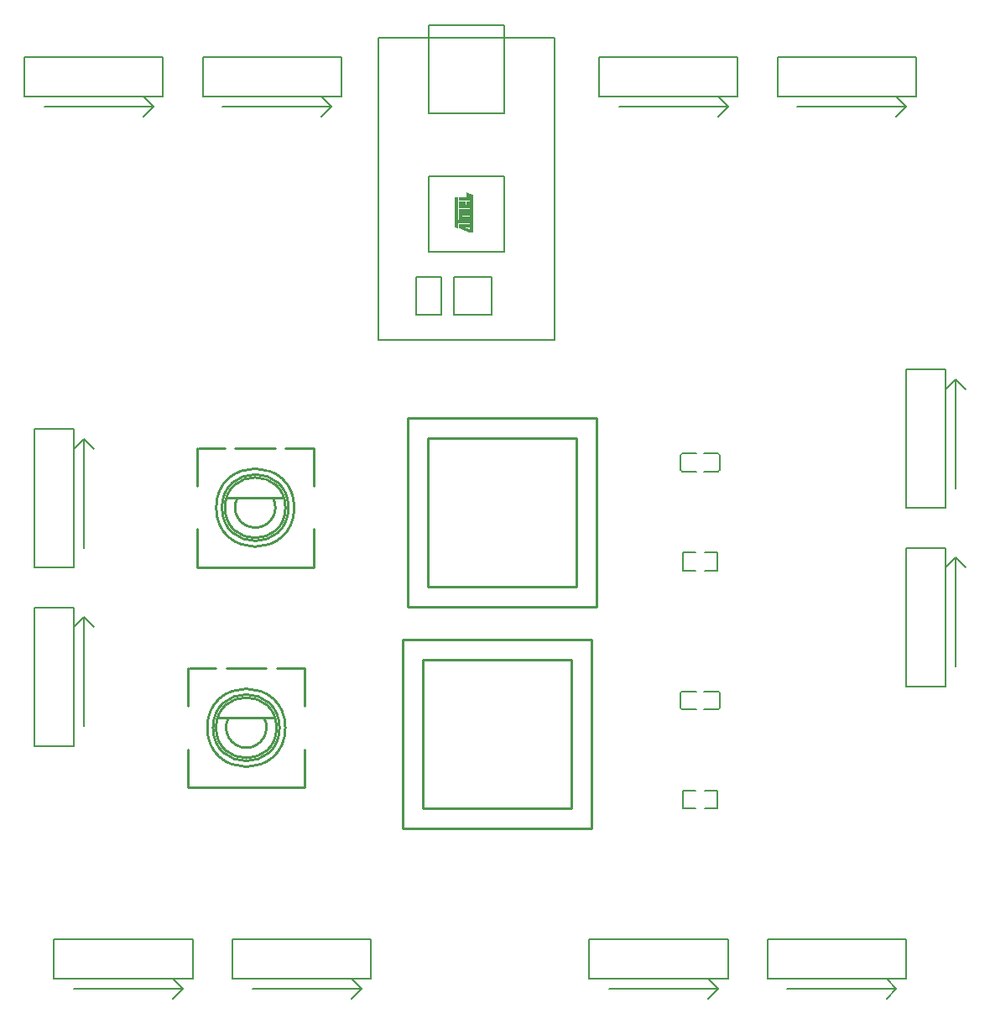
<source format=gbr>
G04 #@! TF.GenerationSoftware,KiCad,Pcbnew,(6.0.2)*
G04 #@! TF.CreationDate,2022-03-11T19:19:16+08:00*
G04 #@! TF.ProjectId,test,74657374-2e6b-4696-9361-645f70636258,rev?*
G04 #@! TF.SameCoordinates,Original*
G04 #@! TF.FileFunction,Legend,Top*
G04 #@! TF.FilePolarity,Positive*
%FSLAX46Y46*%
G04 Gerber Fmt 4.6, Leading zero omitted, Abs format (unit mm)*
G04 Created by KiCad (PCBNEW (6.0.2)) date 2022-03-11 19:19:16*
%MOMM*%
%LPD*%
G01*
G04 APERTURE LIST*
%ADD10C,0.150000*%
%ADD11C,0.152000*%
%ADD12C,0.254000*%
%ADD13C,0.120000*%
G04 APERTURE END LIST*
D10*
X92000000Y93000000D02*
X91000000Y92000000D01*
X98000000Y46500000D02*
X97000000Y47500000D01*
X72000000Y3000000D02*
X73000000Y4000000D01*
X18000000Y3000000D02*
X19000000Y4000000D01*
X24000000Y9000000D02*
X38000000Y9000000D01*
X38000000Y9000000D02*
X38000000Y5000000D01*
X38000000Y5000000D02*
X24000000Y5000000D01*
X24000000Y5000000D02*
X24000000Y9000000D01*
X73000000Y92000000D02*
X74000000Y93000000D01*
X9000000Y41500000D02*
X10000000Y40500000D01*
X9000000Y30500000D02*
X9000000Y41500000D01*
X9000000Y59500000D02*
X10000000Y58500000D01*
X4000000Y46500000D02*
X8000000Y46500000D01*
X8000000Y46500000D02*
X8000000Y60500000D01*
X8000000Y60500000D02*
X4000000Y60500000D01*
X4000000Y60500000D02*
X4000000Y46500000D01*
X23000000Y93000000D02*
X34000000Y93000000D01*
X97000000Y65500000D02*
X96000000Y64500000D01*
X4000000Y28500000D02*
X8000000Y28500000D01*
X8000000Y28500000D02*
X8000000Y42500000D01*
X8000000Y42500000D02*
X4000000Y42500000D01*
X4000000Y42500000D02*
X4000000Y28500000D01*
X78000000Y9000000D02*
X92000000Y9000000D01*
X92000000Y9000000D02*
X92000000Y5000000D01*
X92000000Y5000000D02*
X78000000Y5000000D01*
X78000000Y5000000D02*
X78000000Y9000000D01*
X26000000Y4000000D02*
X37000000Y4000000D01*
X9000000Y48500000D02*
X9000000Y59500000D01*
X73000000Y4000000D02*
X72000000Y3000000D01*
X63000000Y93000000D02*
X74000000Y93000000D01*
X3000000Y98000000D02*
X17000000Y98000000D01*
X17000000Y98000000D02*
X17000000Y94000000D01*
X17000000Y94000000D02*
X3000000Y94000000D01*
X3000000Y94000000D02*
X3000000Y98000000D01*
X36000000Y3000000D02*
X37000000Y4000000D01*
X97000000Y54500000D02*
X97000000Y65500000D01*
X61000000Y98000000D02*
X75000000Y98000000D01*
X75000000Y98000000D02*
X75000000Y94000000D01*
X75000000Y94000000D02*
X61000000Y94000000D01*
X61000000Y94000000D02*
X61000000Y98000000D01*
X62000000Y4000000D02*
X73000000Y4000000D01*
X37000000Y4000000D02*
X36000000Y3000000D01*
X79000000Y98000000D02*
X93000000Y98000000D01*
X93000000Y98000000D02*
X93000000Y94000000D01*
X93000000Y94000000D02*
X79000000Y94000000D01*
X79000000Y94000000D02*
X79000000Y98000000D01*
X10000000Y40500000D02*
X9000000Y41500000D01*
X90000000Y3000000D02*
X91000000Y4000000D01*
X91000000Y4000000D02*
X90000000Y5000000D01*
X34000000Y93000000D02*
X33000000Y94000000D01*
X97000000Y47500000D02*
X98000000Y46500000D01*
X16000000Y93000000D02*
X15000000Y94000000D01*
X97000000Y65500000D02*
X98000000Y64500000D01*
X92000000Y52500000D02*
X96000000Y52500000D01*
X96000000Y52500000D02*
X96000000Y66500000D01*
X96000000Y66500000D02*
X92000000Y66500000D01*
X92000000Y66500000D02*
X92000000Y52500000D01*
X33000000Y92000000D02*
X34000000Y93000000D01*
X19000000Y4000000D02*
X18000000Y3000000D01*
X21000000Y98000000D02*
X35000000Y98000000D01*
X35000000Y98000000D02*
X35000000Y94000000D01*
X35000000Y94000000D02*
X21000000Y94000000D01*
X21000000Y94000000D02*
X21000000Y98000000D01*
X9000000Y41500000D02*
X8000000Y40500000D01*
X91000000Y92000000D02*
X92000000Y93000000D01*
X5000000Y93000000D02*
X16000000Y93000000D01*
X19000000Y4000000D02*
X18000000Y5000000D01*
X92000000Y93000000D02*
X91000000Y94000000D01*
X97000000Y36500000D02*
X97000000Y47500000D01*
X60000000Y9000000D02*
X74000000Y9000000D01*
X74000000Y9000000D02*
X74000000Y5000000D01*
X74000000Y5000000D02*
X60000000Y5000000D01*
X60000000Y5000000D02*
X60000000Y9000000D01*
X15000000Y92000000D02*
X16000000Y93000000D01*
X10000000Y58500000D02*
X9000000Y59500000D01*
X91000000Y4000000D02*
X90000000Y3000000D01*
X74000000Y93000000D02*
X73000000Y94000000D01*
X37000000Y4000000D02*
X36000000Y5000000D01*
X34000000Y93000000D02*
X33000000Y92000000D01*
X80000000Y4000000D02*
X91000000Y4000000D01*
X97000000Y47500000D02*
X96000000Y46500000D01*
X81000000Y93000000D02*
X92000000Y93000000D01*
X8000000Y4000000D02*
X19000000Y4000000D01*
X73000000Y4000000D02*
X72000000Y5000000D01*
X16000000Y93000000D02*
X15000000Y92000000D01*
X74000000Y93000000D02*
X73000000Y92000000D01*
X6000000Y9000000D02*
X20000000Y9000000D01*
X20000000Y9000000D02*
X20000000Y5000000D01*
X20000000Y5000000D02*
X6000000Y5000000D01*
X6000000Y5000000D02*
X6000000Y9000000D01*
X9000000Y59500000D02*
X8000000Y58500000D01*
X98000000Y64500000D02*
X97000000Y65500000D01*
X92000000Y34500000D02*
X96000000Y34500000D01*
X96000000Y34500000D02*
X96000000Y48500000D01*
X96000000Y48500000D02*
X92000000Y48500000D01*
X92000000Y48500000D02*
X92000000Y34500000D01*
D11*
X69389000Y34004000D02*
X70799000Y34004000D01*
X73164000Y32349000D02*
X73164000Y33851000D01*
X73011000Y34004000D02*
X71601000Y34004000D01*
X71601000Y32196000D02*
X73011000Y32196000D01*
X69236000Y32349000D02*
X69236000Y33851000D01*
X70799000Y32196000D02*
X69389000Y32196000D01*
X73011000Y32196000D02*
G75*
G03*
X73164000Y32349000I-1J153001D01*
G01*
X73164000Y33851000D02*
G75*
G03*
X73011000Y34004000I-153001J-1D01*
G01*
X69236000Y32349000D02*
G75*
G03*
X69389000Y32196000I153001J1D01*
G01*
X69389000Y34004000D02*
G75*
G03*
X69236000Y33851000I1J-153001D01*
G01*
D12*
X22606000Y31366000D02*
X28194000Y31366000D01*
X31300000Y28178000D02*
X31300000Y24350000D01*
X19500000Y32522000D02*
X19500000Y36350000D01*
X31300000Y36350000D02*
X31300000Y32522000D01*
X31300000Y24350000D02*
X19500000Y24350000D01*
X19500000Y24350000D02*
X19500000Y28178000D01*
X23386000Y36350000D02*
X27414000Y36350000D01*
X19710000Y36350000D02*
X22334000Y36350000D01*
X28466000Y36350000D02*
X31300000Y36350000D01*
X23622001Y31366000D02*
G75*
G03*
X27177972Y31366049I1777999J-994000D01*
G01*
X29337000Y30350000D02*
G75*
G03*
X29337000Y30350000I-3937000J0D01*
G01*
X28448000Y30350000D02*
G75*
G03*
X28448000Y30350000I-3048000J0D01*
G01*
X28753000Y30350000D02*
G75*
G03*
X28753000Y30350000I-3353000J0D01*
G01*
D11*
X71676000Y22183000D02*
X72961000Y22183000D01*
X70724000Y22183000D02*
X69439000Y22183000D01*
X69439000Y22183000D02*
X69439000Y24017000D01*
X69439000Y24017000D02*
X70724000Y24017000D01*
X72961000Y22183000D02*
X72961000Y24017000D01*
X72961000Y24017000D02*
X71676000Y24017000D01*
X69439000Y46183000D02*
X69439000Y48017000D01*
X71676000Y46183000D02*
X72961000Y46183000D01*
X72961000Y48017000D02*
X71676000Y48017000D01*
X70724000Y46183000D02*
X69439000Y46183000D01*
X69439000Y48017000D02*
X70724000Y48017000D01*
X72961000Y46183000D02*
X72961000Y48017000D01*
D10*
X46350000Y75840000D02*
X46350000Y72030000D01*
X51430000Y86000000D02*
X43810000Y86000000D01*
X51430000Y92350000D02*
X43810000Y92350000D01*
X51430000Y101240000D02*
X51430000Y92350000D01*
X45080000Y72030000D02*
X45080000Y75840000D01*
X42540000Y72030000D02*
X45080000Y72030000D01*
X56510000Y69490000D02*
X38730000Y69490000D01*
X43810000Y92350000D02*
X43810000Y101240000D01*
X43810000Y101240000D02*
X51430000Y101240000D01*
X46350000Y72030000D02*
X50160000Y72030000D01*
X38730000Y69490000D02*
X38730000Y99970000D01*
X43810000Y78380000D02*
X51430000Y78380000D01*
X51430000Y78380000D02*
X51430000Y86000000D01*
X43810000Y86000000D02*
X43810000Y78380000D01*
X45080000Y75840000D02*
X42540000Y75840000D01*
X38730000Y99970000D02*
X56510000Y99970000D01*
X56510000Y99970000D02*
X56510000Y69490000D01*
X42540000Y75840000D02*
X42540000Y72030000D01*
X50160000Y72030000D02*
X50160000Y75840000D01*
X50160000Y75840000D02*
X47620000Y75840000D01*
X47620000Y75840000D02*
X46350000Y75840000D01*
D13*
X46858000Y82825000D02*
X46858000Y83460000D01*
X46858000Y83460000D02*
X47112000Y83460000D01*
X47112000Y83460000D02*
X47112000Y83079000D01*
X47112000Y83079000D02*
X47239000Y83079000D01*
X47239000Y83079000D02*
X47239000Y83460000D01*
X47239000Y83460000D02*
X47493000Y83460000D01*
X47493000Y83460000D02*
X47493000Y83079000D01*
X47493000Y83079000D02*
X47620000Y83079000D01*
X47620000Y83079000D02*
X47620000Y83460000D01*
X47620000Y83460000D02*
X47874000Y83460000D01*
X47874000Y83460000D02*
X47874000Y82825000D01*
X47874000Y82825000D02*
X46858000Y82825000D01*
G36*
X47112000Y83079000D02*
G01*
X47239000Y83079000D01*
X47239000Y83460000D01*
X47493000Y83460000D01*
X47493000Y83079000D01*
X47620000Y83079000D01*
X47620000Y83460000D01*
X47874000Y83460000D01*
X47874000Y82825000D01*
X46858000Y82825000D01*
X46858000Y83460000D01*
X47112000Y83460000D01*
X47112000Y83079000D01*
G37*
X47112000Y83079000D02*
X47239000Y83079000D01*
X47239000Y83460000D01*
X47493000Y83460000D01*
X47493000Y83079000D01*
X47620000Y83079000D01*
X47620000Y83460000D01*
X47874000Y83460000D01*
X47874000Y82825000D01*
X46858000Y82825000D01*
X46858000Y83460000D01*
X47112000Y83460000D01*
X47112000Y83079000D01*
X47874000Y82698000D02*
X46858000Y82698000D01*
X46858000Y82698000D02*
X46858000Y81682000D01*
X46858000Y81682000D02*
X47874000Y81682000D01*
X47874000Y81682000D02*
X47874000Y81936000D01*
X47874000Y81936000D02*
X47112000Y81936000D01*
X47112000Y81936000D02*
X47112000Y82063000D01*
X47112000Y82063000D02*
X47874000Y82063000D01*
X47874000Y82063000D02*
X47874000Y82317000D01*
X47874000Y82317000D02*
X47112000Y82317000D01*
X47112000Y82317000D02*
X47112000Y82444000D01*
X47112000Y82444000D02*
X47874000Y82444000D01*
X47874000Y82444000D02*
X47874000Y82698000D01*
G36*
X47874000Y82444000D02*
G01*
X47112000Y82444000D01*
X47112000Y82317000D01*
X47874000Y82317000D01*
X47874000Y82063000D01*
X47112000Y82063000D01*
X47112000Y81936000D01*
X47874000Y81936000D01*
X47874000Y81682000D01*
X46858000Y81682000D01*
X46858000Y82698000D01*
X47874000Y82698000D01*
X47874000Y82444000D01*
G37*
X47874000Y82444000D02*
X47112000Y82444000D01*
X47112000Y82317000D01*
X47874000Y82317000D01*
X47874000Y82063000D01*
X47112000Y82063000D01*
X47112000Y81936000D01*
X47874000Y81936000D01*
X47874000Y81682000D01*
X46858000Y81682000D01*
X46858000Y82698000D01*
X47874000Y82698000D01*
X47874000Y82444000D01*
X48001000Y80412000D02*
X48001000Y84222000D01*
X48001000Y84222000D02*
X48255000Y84095000D01*
X48255000Y84095000D02*
X48255000Y80412000D01*
X48255000Y80412000D02*
X48001000Y80412000D01*
G36*
X48255000Y84095000D02*
G01*
X48255000Y80412000D01*
X48001000Y80412000D01*
X48001000Y84222000D01*
X48255000Y84095000D01*
G37*
X48255000Y84095000D02*
X48255000Y80412000D01*
X48001000Y80412000D01*
X48001000Y84222000D01*
X48255000Y84095000D01*
X46731000Y83841000D02*
X46731000Y81555000D01*
X46731000Y81555000D02*
X47874000Y81555000D01*
X47874000Y81555000D02*
X47874000Y81301000D01*
X47874000Y81301000D02*
X46731000Y81301000D01*
X46731000Y81301000D02*
X46731000Y80793000D01*
X46731000Y80793000D02*
X46477000Y80920000D01*
X46477000Y80920000D02*
X46477000Y83841000D01*
X46477000Y83841000D02*
X46731000Y83841000D01*
G36*
X46731000Y81555000D02*
G01*
X47874000Y81555000D01*
X47874000Y81301000D01*
X46731000Y81301000D01*
X46731000Y80793000D01*
X46477000Y80920000D01*
X46477000Y83841000D01*
X46731000Y83841000D01*
X46731000Y81555000D01*
G37*
X46731000Y81555000D02*
X47874000Y81555000D01*
X47874000Y81301000D01*
X46731000Y81301000D01*
X46731000Y80793000D01*
X46477000Y80920000D01*
X46477000Y83841000D01*
X46731000Y83841000D01*
X46731000Y81555000D01*
X47874000Y81174000D02*
X46858000Y81174000D01*
X46858000Y81174000D02*
X46858000Y80793000D01*
X46858000Y80793000D02*
X47874000Y80412000D01*
X47874000Y80412000D02*
X47874000Y80666000D01*
X47874000Y80666000D02*
X47112000Y80920000D01*
X47112000Y80920000D02*
X47874000Y80920000D01*
X47874000Y80920000D02*
X47874000Y81174000D01*
G36*
X47874000Y80920000D02*
G01*
X47112000Y80920000D01*
X47874000Y80666000D01*
X47874000Y80412000D01*
X46858000Y80793000D01*
X46858000Y81174000D01*
X47874000Y81174000D01*
X47874000Y80920000D01*
G37*
X47874000Y80920000D02*
X47112000Y80920000D01*
X47874000Y80666000D01*
X47874000Y80412000D01*
X46858000Y80793000D01*
X46858000Y81174000D01*
X47874000Y81174000D01*
X47874000Y80920000D01*
X46858000Y83587000D02*
X47874000Y83587000D01*
X47874000Y83587000D02*
X47874000Y84222000D01*
X47874000Y84222000D02*
X47620000Y84349000D01*
X47620000Y84349000D02*
X47620000Y83841000D01*
X47620000Y83841000D02*
X46858000Y83841000D01*
X46858000Y83841000D02*
X46858000Y83587000D01*
G36*
X47874000Y84222000D02*
G01*
X47874000Y83587000D01*
X46858000Y83587000D01*
X46858000Y83841000D01*
X47620000Y83841000D01*
X47620000Y84349000D01*
X47874000Y84222000D01*
G37*
X47874000Y84222000D02*
X47874000Y83587000D01*
X46858000Y83587000D01*
X46858000Y83841000D01*
X47620000Y83841000D01*
X47620000Y84349000D01*
X47874000Y84222000D01*
D12*
X20610000Y58550000D02*
X23234000Y58550000D01*
X24286000Y58550000D02*
X28314000Y58550000D01*
X32200000Y46550000D02*
X20400000Y46550000D01*
X23506000Y53566000D02*
X29094000Y53566000D01*
X32200000Y50378000D02*
X32200000Y46550000D01*
X32200000Y58550000D02*
X32200000Y54722000D01*
X20400000Y46550000D02*
X20400000Y50378000D01*
X20400000Y54722000D02*
X20400000Y58550000D01*
X29366000Y58550000D02*
X32200000Y58550000D01*
X24522001Y53566000D02*
G75*
G03*
X28077972Y53566049I1777999J-994000D01*
G01*
X29348000Y52550000D02*
G75*
G03*
X29348000Y52550000I-3048000J0D01*
G01*
X30237000Y52550000D02*
G75*
G03*
X30237000Y52550000I-3937000J0D01*
G01*
X29653000Y52550000D02*
G75*
G03*
X29653000Y52550000I-3353000J0D01*
G01*
X43700000Y44600000D02*
X43700000Y59600000D01*
X43700000Y44600000D02*
X58700000Y44600000D01*
X41675000Y42575000D02*
X41675000Y61625000D01*
X60725000Y42575000D02*
X41675000Y42575000D01*
X41675000Y42575000D02*
X41675000Y44480000D01*
X41675000Y61625000D02*
X43580000Y61625000D01*
X60725000Y61625000D02*
X60725000Y59720000D01*
X41675000Y61625000D02*
X60725000Y61625000D01*
X43700000Y59600000D02*
X58700000Y59600000D01*
X41675000Y59720000D02*
X41675000Y61625000D01*
X60725000Y42575000D02*
X58820000Y42575000D01*
X60725000Y44480000D02*
X60725000Y42575000D01*
X58700000Y44600000D02*
X58700000Y59600000D01*
X58820000Y61625000D02*
X60725000Y61625000D01*
X43580000Y42575000D02*
X41675000Y42575000D01*
X60725000Y61625000D02*
X60725000Y42575000D01*
X60225000Y20175000D02*
X58320000Y20175000D01*
X43200000Y22200000D02*
X43200000Y37200000D01*
X58200000Y22200000D02*
X58200000Y37200000D01*
X60225000Y39225000D02*
X60225000Y37320000D01*
X58320000Y39225000D02*
X60225000Y39225000D01*
X43200000Y22200000D02*
X58200000Y22200000D01*
X60225000Y22080000D02*
X60225000Y20175000D01*
X41175000Y20175000D02*
X41175000Y22080000D01*
X60225000Y20175000D02*
X41175000Y20175000D01*
X43080000Y20175000D02*
X41175000Y20175000D01*
X41175000Y39225000D02*
X43080000Y39225000D01*
X41175000Y37320000D02*
X41175000Y39225000D01*
X41175000Y39225000D02*
X60225000Y39225000D01*
X43200000Y37200000D02*
X58200000Y37200000D01*
X41175000Y20175000D02*
X41175000Y39225000D01*
X60225000Y39225000D02*
X60225000Y20175000D01*
D11*
X71601000Y56196000D02*
X73011000Y56196000D01*
X73164000Y56349000D02*
X73164000Y57851000D01*
X69389000Y58004000D02*
X70799000Y58004000D01*
X73011000Y58004000D02*
X71601000Y58004000D01*
X69236000Y56349000D02*
X69236000Y57851000D01*
X70799000Y56196000D02*
X69389000Y56196000D01*
X73164000Y57851000D02*
G75*
G03*
X73011000Y58004000I-153001J-1D01*
G01*
X73011000Y56196000D02*
G75*
G03*
X73164000Y56349000I-1J153001D01*
G01*
X69389000Y58004000D02*
G75*
G03*
X69236000Y57851000I1J-153001D01*
G01*
X69236000Y56349000D02*
G75*
G03*
X69389000Y56196000I153001J1D01*
G01*
M02*

</source>
